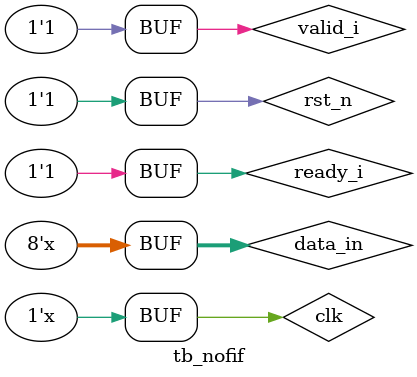
<source format=v>
`timescale 1ns / 1ps 


module tb_nofif();


reg clk;
reg rst_n;
always	#5	clk = ~clk;
reg [7: 0] data_in;

always #15 data_in = data_in + 1'b1;


reg valid_i;
reg ready_i;
wire ready_o;
wire valid_o;
wire [7:0] data_out;

initial
	begin
		clk <= 1'b1;
		rst_n <= 1'b0;
		//busy信号控制接受端工作状态
		// busy <= 1'b0;
		data_in <= 0;
		ready_i <= 0;
		valid_i <= 1'b0;

		#20
		 rst_n <= 1'b1;
         ready_i <= 1'b1;
		 valid_i <= 1'b1;

        #100
        ready_i<=1'b0;
        #150
        ready_i<=1'b1;
	end

top_nofifo u_top_nofifo(
               .clk ( clk ),
               .rst ( rst_n ),
               .valid_i ( valid_i ),
               .ready_i ( ready_i ),
               .din ( data_in ),
               .dout ( data_out ),
               .ready_o ( ready_o ),
               .valid_o ( valid_o )
           );

endmodule

</source>
